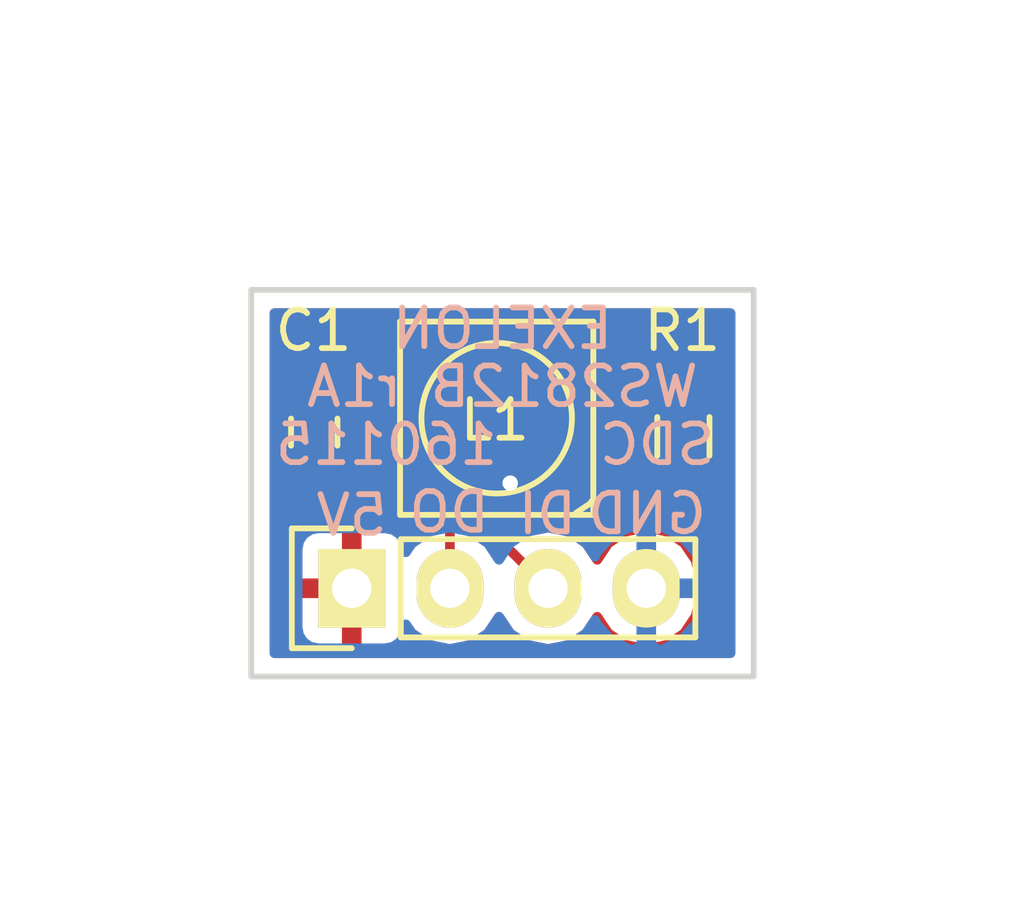
<source format=kicad_pcb>
(kicad_pcb (version 4) (host pcbnew 4.0.1-stable)

  (general
    (links 6)
    (no_connects 0)
    (area 138 86.5 167.5 110.000001)
    (thickness 1.6)
    (drawings 14)
    (tracks 16)
    (zones 0)
    (modules 4)
    (nets 7)
  )

  (page A4)
  (layers
    (0 F.Cu signal)
    (31 B.Cu signal)
    (32 B.Adhes user hide)
    (33 F.Adhes user hide)
    (34 B.Paste user hide)
    (35 F.Paste user hide)
    (36 B.SilkS user)
    (37 F.SilkS user)
    (38 B.Mask user hide)
    (39 F.Mask user hide)
    (40 Dwgs.User user hide)
    (41 Cmts.User user hide)
    (42 Eco1.User user hide)
    (43 Eco2.User user hide)
    (44 Edge.Cuts user)
    (45 Margin user hide)
    (46 B.CrtYd user hide)
    (47 F.CrtYd user)
    (48 B.Fab user hide)
    (49 F.Fab user hide)
  )

  (setup
    (last_trace_width 0.25)
    (trace_clearance 0.2)
    (zone_clearance 0.4)
    (zone_45_only no)
    (trace_min 0.2)
    (segment_width 0.2)
    (edge_width 0.15)
    (via_size 0.6)
    (via_drill 0.4)
    (via_min_size 0.4)
    (via_min_drill 0.3)
    (uvia_size 0.3)
    (uvia_drill 0.1)
    (uvias_allowed no)
    (uvia_min_size 0.2)
    (uvia_min_drill 0.1)
    (pcb_text_width 0.3)
    (pcb_text_size 1.5 1.5)
    (mod_edge_width 0.15)
    (mod_text_size 1 1)
    (mod_text_width 0.15)
    (pad_size 1.524 1.524)
    (pad_drill 0.762)
    (pad_to_mask_clearance 0.2)
    (aux_axis_origin 0 0)
    (visible_elements FFFFFF7F)
    (pcbplotparams
      (layerselection 0x010f0_80000001)
      (usegerberextensions true)
      (excludeedgelayer true)
      (linewidth 0.100000)
      (plotframeref false)
      (viasonmask false)
      (mode 1)
      (useauxorigin false)
      (hpglpennumber 1)
      (hpglpenspeed 20)
      (hpglpendiameter 15)
      (hpglpenoverlay 2)
      (psnegative false)
      (psa4output false)
      (plotreference true)
      (plotvalue true)
      (plotinvisibletext false)
      (padsonsilk false)
      (subtractmaskfromsilk false)
      (outputformat 1)
      (mirror false)
      (drillshape 0)
      (scaleselection 1)
      (outputdirectory ""))
  )

  (net 0 "")
  (net 1 PWR)
  (net 2 "Net-(C1-Pad2)")
  (net 3 "Net-(L1-Pad4)")
  (net 4 GND)
  (net 5 DOUT)
  (net 6 DIN)

  (net_class Default "This is the default net class."
    (clearance 0.2)
    (trace_width 0.25)
    (via_dia 0.6)
    (via_drill 0.4)
    (uvia_dia 0.3)
    (uvia_drill 0.1)
    (add_net DIN)
    (add_net DOUT)
    (add_net GND)
    (add_net "Net-(C1-Pad2)")
    (add_net "Net-(L1-Pad4)")
    (add_net PWR)
  )

  (module Capacitors_SMD:C_0603_HandSoldering (layer F.Cu) (tedit 56994C38) (tstamp 56994B42)
    (at 146.13 97.68 90)
    (descr "Capacitor SMD 0603, hand soldering")
    (tags "capacitor 0603")
    (path /56993BD5)
    (attr smd)
    (fp_text reference C1 (at 2.63 -0.02 180) (layer F.SilkS)
      (effects (font (size 1 1) (thickness 0.15)))
    )
    (fp_text value 104 (at 1.19 -2.28 180) (layer F.Fab) hide
      (effects (font (size 1 1) (thickness 0.15)))
    )
    (fp_line (start -1.85 -0.75) (end 1.85 -0.75) (layer F.CrtYd) (width 0.05))
    (fp_line (start -1.85 0.75) (end 1.85 0.75) (layer F.CrtYd) (width 0.05))
    (fp_line (start -1.85 -0.75) (end -1.85 0.75) (layer F.CrtYd) (width 0.05))
    (fp_line (start 1.85 -0.75) (end 1.85 0.75) (layer F.CrtYd) (width 0.05))
    (fp_line (start -0.35 -0.6) (end 0.35 -0.6) (layer F.SilkS) (width 0.15))
    (fp_line (start 0.35 0.6) (end -0.35 0.6) (layer F.SilkS) (width 0.15))
    (pad 1 smd rect (at -0.95 0 90) (size 1.2 0.75) (layers F.Cu F.Paste F.Mask)
      (net 1 PWR))
    (pad 2 smd rect (at 0.95 0 90) (size 1.2 0.75) (layers F.Cu F.Paste F.Mask)
      (net 2 "Net-(C1-Pad2)"))
    (model Capacitors_SMD.3dshapes/C_0603_HandSoldering.wrl
      (at (xyz 0 0 0))
      (scale (xyz 1 1 1))
      (rotate (xyz 0 0 0))
    )
  )

  (module NeoPixel:WS2812B (layer F.Cu) (tedit 569574E5) (tstamp 56994B4A)
    (at 150.85 97.32)
    (path /56993B96)
    (fp_text reference L1 (at -0.05 0.05) (layer F.SilkS)
      (effects (font (size 1 1) (thickness 0.15)))
    )
    (fp_text value WS2812B (at 0.05 -3.25) (layer F.Fab) hide
      (effects (font (size 1 1) (thickness 0.15)))
    )
    (fp_circle (center 0 0) (end 1.3 1.45) (layer F.SilkS) (width 0.15))
    (fp_line (start 2.05 2.45) (end 2.5 2.15) (layer F.SilkS) (width 0.15))
    (fp_line (start 2.5 2.15) (end 2.45 2.15) (layer F.SilkS) (width 0.15))
    (fp_line (start 2.5 -2.5) (end -2.5 -2.5) (layer F.SilkS) (width 0.15))
    (fp_line (start -2.5 -2.5) (end -2.5 2.5) (layer F.SilkS) (width 0.15))
    (fp_line (start -2.5 2.5) (end 2.5 2.5) (layer F.SilkS) (width 0.15))
    (fp_line (start 2.5 2.5) (end 2.5 -2.5) (layer F.SilkS) (width 0.15))
    (pad 4 smd rect (at 2.45 -1.65) (size 1.5 0.9) (layers F.Cu F.Paste F.Mask)
      (net 3 "Net-(L1-Pad4)"))
    (pad 3 smd rect (at 2.45 1.65) (size 1.5 0.9) (layers F.Cu F.Paste F.Mask)
      (net 4 GND))
    (pad 1 smd rect (at -2.45 -1.65) (size 1.5 0.9) (layers F.Cu F.Paste F.Mask)
      (net 2 "Net-(C1-Pad2)"))
    (pad 2 smd rect (at -2.45 1.65) (size 1.5 0.9) (layers F.Cu F.Paste F.Mask)
      (net 5 DOUT))
    (model "//nas-msw-20/e46899/My Documents/KiCad Projects/Innovation Trophy 2017 v1/3D Models/WS2812B.wrl"
      (at (xyz 0 0 0))
      (scale (xyz 3.8 3.8 3.8))
      (rotate (xyz 90 180 270))
    )
  )

  (module Pin_Headers:Pin_Header_Straight_1x04 (layer F.Cu) (tedit 56994BDD) (tstamp 56994B52)
    (at 147.1 101.72 90)
    (descr "Through hole pin header")
    (tags "pin header")
    (path /56993CD0)
    (fp_text reference P1 (at -0.18 -3.03 90) (layer F.SilkS) hide
      (effects (font (size 1 1) (thickness 0.15)))
    )
    (fp_text value CONN_01X04 (at -2.85 3.82 180) (layer F.Fab) hide
      (effects (font (size 1 1) (thickness 0.15)))
    )
    (fp_line (start -1.75 -1.75) (end -1.75 9.4) (layer F.CrtYd) (width 0.05))
    (fp_line (start 1.75 -1.75) (end 1.75 9.4) (layer F.CrtYd) (width 0.05))
    (fp_line (start -1.75 -1.75) (end 1.75 -1.75) (layer F.CrtYd) (width 0.05))
    (fp_line (start -1.75 9.4) (end 1.75 9.4) (layer F.CrtYd) (width 0.05))
    (fp_line (start -1.27 1.27) (end -1.27 8.89) (layer F.SilkS) (width 0.15))
    (fp_line (start 1.27 1.27) (end 1.27 8.89) (layer F.SilkS) (width 0.15))
    (fp_line (start 1.55 -1.55) (end 1.55 0) (layer F.SilkS) (width 0.15))
    (fp_line (start -1.27 8.89) (end 1.27 8.89) (layer F.SilkS) (width 0.15))
    (fp_line (start 1.27 1.27) (end -1.27 1.27) (layer F.SilkS) (width 0.15))
    (fp_line (start -1.55 0) (end -1.55 -1.55) (layer F.SilkS) (width 0.15))
    (fp_line (start -1.55 -1.55) (end 1.55 -1.55) (layer F.SilkS) (width 0.15))
    (pad 1 thru_hole rect (at 0 0 90) (size 2.032 1.7272) (drill 1.016) (layers *.Cu *.Mask F.SilkS)
      (net 1 PWR))
    (pad 2 thru_hole oval (at 0 2.54 90) (size 2.032 1.7272) (drill 1.016) (layers *.Cu *.Mask F.SilkS)
      (net 5 DOUT))
    (pad 3 thru_hole oval (at 0 5.08 90) (size 2.032 1.7272) (drill 1.016) (layers *.Cu *.Mask F.SilkS)
      (net 6 DIN))
    (pad 4 thru_hole oval (at 0 7.62 90) (size 2.032 1.7272) (drill 1.016) (layers *.Cu *.Mask F.SilkS)
      (net 4 GND))
    (model Pin_Headers.3dshapes/Pin_Header_Straight_1x04.wrl
      (at (xyz 0 -0.15 0))
      (scale (xyz 1 1 1))
      (rotate (xyz 0 0 90))
    )
  )

  (module Resistors_SMD:R_0603_HandSoldering (layer F.Cu) (tedit 569966C7) (tstamp 56994B58)
    (at 155.68 97.79 90)
    (descr "Resistor SMD 0603, hand soldering")
    (tags "resistor 0603")
    (path /569941CC)
    (attr smd)
    (fp_text reference R1 (at 2.74 -0.03 180) (layer F.SilkS)
      (effects (font (size 1 1) (thickness 0.15)))
    )
    (fp_text value 470 (at 0 1.9 90) (layer F.Fab) hide
      (effects (font (size 1 1) (thickness 0.15)))
    )
    (fp_line (start -2 -0.8) (end 2 -0.8) (layer F.CrtYd) (width 0.05))
    (fp_line (start -2 0.8) (end 2 0.8) (layer F.CrtYd) (width 0.05))
    (fp_line (start -2 -0.8) (end -2 0.8) (layer F.CrtYd) (width 0.05))
    (fp_line (start 2 -0.8) (end 2 0.8) (layer F.CrtYd) (width 0.05))
    (fp_line (start 0.5 0.675) (end -0.5 0.675) (layer F.SilkS) (width 0.15))
    (fp_line (start -0.5 -0.675) (end 0.5 -0.675) (layer F.SilkS) (width 0.15))
    (pad 1 smd rect (at -1.1 0 90) (size 1.2 0.9) (layers F.Cu F.Paste F.Mask)
      (net 6 DIN))
    (pad 2 smd rect (at 1.1 0 90) (size 1.2 0.9) (layers F.Cu F.Paste F.Mask)
      (net 3 "Net-(L1-Pad4)"))
    (model Resistors_SMD.3dshapes/R_0603_HandSoldering.wrl
      (at (xyz 0 0 0))
      (scale (xyz 1 1 1))
      (rotate (xyz 0 0 0))
    )
  )

  (gr_text 160115 (at 148 98) (layer B.SilkS)
    (effects (font (size 1 1) (thickness 0.15)) (justify mirror))
  )
  (gr_text SDC (at 155 98) (layer B.SilkS)
    (effects (font (size 1 1) (thickness 0.15)) (justify mirror))
  )
  (gr_text "WS2812B r1A" (at 151 96.5) (layer B.SilkS)
    (effects (font (size 1 1) (thickness 0.15)) (justify mirror))
  )
  (gr_text EXELON (at 151 95) (layer B.SilkS)
    (effects (font (size 1 1) (thickness 0.15)) (justify mirror))
  )
  (dimension 10 (width 0.3) (layer Dwgs.User)
    (gr_text "10.000 mm" (at 160.85 99 270) (layer Dwgs.User)
      (effects (font (size 1.5 1.5) (thickness 0.3)))
    )
    (feature1 (pts (xy 157.5 104) (xy 162.2 104)))
    (feature2 (pts (xy 157.5 94) (xy 162.2 94)))
    (crossbar (pts (xy 159.5 94) (xy 159.5 104)))
    (arrow1a (pts (xy 159.5 104) (xy 158.913579 102.873496)))
    (arrow1b (pts (xy 159.5 104) (xy 160.086421 102.873496)))
    (arrow2a (pts (xy 159.5 94) (xy 158.913579 95.126504)))
    (arrow2b (pts (xy 159.5 94) (xy 160.086421 95.126504)))
  )
  (dimension 13 (width 0.3) (layer Dwgs.User)
    (gr_text "13.000 mm" (at 151 90.65) (layer Dwgs.User)
      (effects (font (size 1.5 1.5) (thickness 0.3)))
    )
    (feature1 (pts (xy 157.5 94.5) (xy 157.5 89.3)))
    (feature2 (pts (xy 144.5 94.5) (xy 144.5 89.3)))
    (crossbar (pts (xy 144.5 92) (xy 157.5 92)))
    (arrow1a (pts (xy 157.5 92) (xy 156.373496 92.586421)))
    (arrow1b (pts (xy 157.5 92) (xy 156.373496 91.413579)))
    (arrow2a (pts (xy 144.5 92) (xy 145.626504 92.586421)))
    (arrow2b (pts (xy 144.5 92) (xy 145.626504 91.413579)))
  )
  (gr_line (start 157.5 104) (end 144.5 104) (angle 90) (layer Edge.Cuts) (width 0.15))
  (gr_text GND (at 154.74 99.79) (layer B.SilkS)
    (effects (font (size 1 1) (thickness 0.15)) (justify mirror))
  )
  (gr_text DI (at 152.16 99.79) (layer B.SilkS)
    (effects (font (size 1 1) (thickness 0.15)) (justify mirror))
  )
  (gr_text DO (at 149.62 99.75) (layer B.SilkS)
    (effects (font (size 1 1) (thickness 0.15)) (justify mirror))
  )
  (gr_text 5V (at 147.1 99.83) (layer B.SilkS)
    (effects (font (size 1 1) (thickness 0.15)) (justify mirror))
  )
  (gr_line (start 144.5 104) (end 144.5 94) (angle 90) (layer Edge.Cuts) (width 0.15))
  (gr_line (start 157.5 94) (end 157.5 104) (angle 90) (layer Edge.Cuts) (width 0.15))
  (gr_line (start 144.5 94) (end 157.5 94) (angle 90) (layer Edge.Cuts) (width 0.15))

  (segment (start 146.26 96.75) (end 147.03 97.04) (width 0.25) (layer F.Cu) (net 2) (status 10))
  (segment (start 147.03 97.04) (end 148.4 95.67) (width 0.25) (layer F.Cu) (net 2) (tstamp 56994FA8))
  (segment (start 155.68 96.69) (end 154.32 96.69) (width 0.25) (layer F.Cu) (net 3))
  (segment (start 154.32 96.69) (end 153.3 95.67) (width 0.25) (layer F.Cu) (net 3) (tstamp 56994FDF))
  (segment (start 153.3 98.97) (end 151.23 98.97) (width 0.25) (layer F.Cu) (net 4))
  (via (at 151.2 99) (size 0.6) (drill 0.4) (layers F.Cu B.Cu) (net 4))
  (segment (start 151.23 98.97) (end 151.2 99) (width 0.25) (layer F.Cu) (net 4) (tstamp 56996257))
  (segment (start 148.4 98.97) (end 148.47 98.97) (width 0.25) (layer F.Cu) (net 5))
  (segment (start 148.47 98.97) (end 149.64 100.14) (width 0.25) (layer F.Cu) (net 5) (tstamp 5699615F))
  (segment (start 149.64 100.14) (end 149.64 101.79) (width 0.25) (layer F.Cu) (net 5) (tstamp 56996164))
  (segment (start 155.68 98.89) (end 154.41 97.62) (width 0.25) (layer F.Cu) (net 6))
  (segment (start 150.33 99.87) (end 152.18 101.72) (width 0.25) (layer F.Cu) (net 6) (tstamp 56996223))
  (segment (start 150.33 97.68) (end 150.33 99.87) (width 0.25) (layer F.Cu) (net 6) (tstamp 5699621D))
  (segment (start 150.27 97.62) (end 150.33 97.68) (width 0.25) (layer F.Cu) (net 6) (tstamp 56996215))
  (segment (start 154.41 97.62) (end 150.27 97.62) (width 0.25) (layer F.Cu) (net 6) (tstamp 5699620F))
  (segment (start 155.68 98.89) (end 155.39 98.89) (width 0.25) (layer F.Cu) (net 6))

  (zone (net 1) (net_name PWR) (layer F.Cu) (tstamp 56994F0D) (hatch edge 0.508)
    (connect_pads (clearance 0.4))
    (min_thickness 0.254)
    (fill yes (arc_segments 16) (thermal_gap 0.508) (thermal_bridge_width 0.508))
    (polygon
      (pts
        (xy 164.5 110) (xy 138 110) (xy 138 86.5) (xy 164.5 86.5) (xy 164.5 110)
      )
    )
    (filled_polygon
      (pts
        (xy 156.898 103.398) (xy 145.102 103.398) (xy 145.102 102.00575) (xy 145.6014 102.00575) (xy 145.6014 102.862309)
        (xy 145.698073 103.095698) (xy 145.876701 103.274327) (xy 146.11009 103.371) (xy 146.81425 103.371) (xy 146.973 103.21225)
        (xy 146.973 101.847) (xy 145.76015 101.847) (xy 145.6014 102.00575) (xy 145.102 102.00575) (xy 145.102 100.577691)
        (xy 145.6014 100.577691) (xy 145.6014 101.43425) (xy 145.76015 101.593) (xy 146.973 101.593) (xy 146.973 100.22775)
        (xy 146.81425 100.069) (xy 146.11009 100.069) (xy 145.876701 100.165673) (xy 145.698073 100.344302) (xy 145.6014 100.577691)
        (xy 145.102 100.577691) (xy 145.102 98.91575) (xy 145.12 98.91575) (xy 145.12 99.356309) (xy 145.216673 99.589698)
        (xy 145.395301 99.768327) (xy 145.62869 99.865) (xy 145.84425 99.865) (xy 146.003 99.70625) (xy 146.003 98.757)
        (xy 145.27875 98.757) (xy 145.12 98.91575) (xy 145.102 98.91575) (xy 145.102 97.903691) (xy 145.12 97.903691)
        (xy 145.12 98.34425) (xy 145.27875 98.503) (xy 146.003 98.503) (xy 146.003 98.483) (xy 146.257 98.483)
        (xy 146.257 98.503) (xy 146.277 98.503) (xy 146.277 98.757) (xy 146.257 98.757) (xy 146.257 99.70625)
        (xy 146.41575 99.865) (xy 146.63131 99.865) (xy 146.864699 99.768327) (xy 147.043327 99.589698) (xy 147.11297 99.421564)
        (xy 147.149423 99.615294) (xy 147.264842 99.79466) (xy 147.440951 99.91499) (xy 147.65 99.957324) (xy 148.535256 99.957324)
        (xy 148.94162 100.363688) (xy 148.656697 100.554068) (xy 148.5986 100.641016) (xy 148.5986 100.577691) (xy 148.501927 100.344302)
        (xy 148.323299 100.165673) (xy 148.08991 100.069) (xy 147.38575 100.069) (xy 147.227 100.22775) (xy 147.227 101.593)
        (xy 147.247 101.593) (xy 147.247 101.847) (xy 147.227 101.847) (xy 147.227 103.21225) (xy 147.38575 103.371)
        (xy 148.08991 103.371) (xy 148.323299 103.274327) (xy 148.501927 103.095698) (xy 148.5986 102.862309) (xy 148.5986 102.798984)
        (xy 148.656697 102.885932) (xy 149.10784 103.187376) (xy 149.64 103.293229) (xy 150.17216 103.187376) (xy 150.623303 102.885932)
        (xy 150.91 102.456859) (xy 151.196697 102.885932) (xy 151.64784 103.187376) (xy 152.18 103.293229) (xy 152.71216 103.187376)
        (xy 153.163303 102.885932) (xy 153.45 102.456859) (xy 153.736697 102.885932) (xy 154.18784 103.187376) (xy 154.72 103.293229)
        (xy 155.25216 103.187376) (xy 155.703303 102.885932) (xy 156.004747 102.434789) (xy 156.1106 101.902629) (xy 156.1106 101.537371)
        (xy 156.004747 101.005211) (xy 155.703303 100.554068) (xy 155.25216 100.252624) (xy 154.72 100.146771) (xy 154.18784 100.252624)
        (xy 153.736697 100.554068) (xy 153.45 100.983141) (xy 153.163303 100.554068) (xy 152.71216 100.252624) (xy 152.18 100.146771)
        (xy 151.64784 100.252624) (xy 151.639958 100.25789) (xy 151.209076 99.827008) (xy 151.363779 99.827143) (xy 151.667846 99.701505)
        (xy 151.74749 99.622) (xy 152.053738 99.622) (xy 152.164842 99.79466) (xy 152.340951 99.91499) (xy 152.55 99.957324)
        (xy 154.05 99.957324) (xy 154.245294 99.920577) (xy 154.42466 99.805158) (xy 154.54499 99.629049) (xy 154.587324 99.42)
        (xy 154.587324 98.719391) (xy 154.692676 98.824743) (xy 154.692676 99.49) (xy 154.729423 99.685294) (xy 154.844842 99.86466)
        (xy 155.020951 99.98499) (xy 155.23 100.027324) (xy 156.13 100.027324) (xy 156.325294 99.990577) (xy 156.50466 99.875158)
        (xy 156.62499 99.699049) (xy 156.667324 99.49) (xy 156.667324 98.29) (xy 156.630577 98.094706) (xy 156.515158 97.91534)
        (xy 156.339049 97.79501) (xy 156.321077 97.791371) (xy 156.325294 97.790577) (xy 156.50466 97.675158) (xy 156.62499 97.499049)
        (xy 156.667324 97.29) (xy 156.667324 96.09) (xy 156.630577 95.894706) (xy 156.515158 95.71534) (xy 156.339049 95.59501)
        (xy 156.13 95.552676) (xy 155.23 95.552676) (xy 155.034706 95.589423) (xy 154.85534 95.704842) (xy 154.73501 95.880951)
        (xy 154.703206 96.038) (xy 154.590068 96.038) (xy 154.587324 96.035256) (xy 154.587324 95.22) (xy 154.550577 95.024706)
        (xy 154.435158 94.84534) (xy 154.259049 94.72501) (xy 154.05 94.682676) (xy 152.55 94.682676) (xy 152.354706 94.719423)
        (xy 152.17534 94.834842) (xy 152.05501 95.010951) (xy 152.012676 95.22) (xy 152.012676 96.12) (xy 152.049423 96.315294)
        (xy 152.164842 96.49466) (xy 152.340951 96.61499) (xy 152.55 96.657324) (xy 153.365256 96.657324) (xy 153.675932 96.968)
        (xy 150.270005 96.968) (xy 150.27 96.967999) (xy 150.061887 97.009396) (xy 150.02049 97.017631) (xy 149.808966 97.158966)
        (xy 149.667631 97.37049) (xy 149.667631 97.370491) (xy 149.617999 97.62) (xy 149.65193 97.790577) (xy 149.667631 97.86951)
        (xy 149.678 97.885028) (xy 149.678 98.470447) (xy 149.650577 98.324706) (xy 149.535158 98.14534) (xy 149.359049 98.02501)
        (xy 149.15 97.982676) (xy 147.65 97.982676) (xy 147.454706 98.019423) (xy 147.27534 98.134842) (xy 147.15501 98.310951)
        (xy 147.116119 98.502998) (xy 146.981252 98.502998) (xy 147.14 98.34425) (xy 147.14 97.903691) (xy 147.052085 97.691447)
        (xy 147.164951 97.665157) (xy 147.279509 97.642369) (xy 147.288461 97.636387) (xy 147.298955 97.633943) (xy 147.393926 97.565919)
        (xy 147.491034 97.501034) (xy 148.334743 96.657324) (xy 149.15 96.657324) (xy 149.345294 96.620577) (xy 149.52466 96.505158)
        (xy 149.64499 96.329049) (xy 149.687324 96.12) (xy 149.687324 95.22) (xy 149.650577 95.024706) (xy 149.535158 94.84534)
        (xy 149.359049 94.72501) (xy 149.15 94.682676) (xy 147.65 94.682676) (xy 147.454706 94.719423) (xy 147.27534 94.834842)
        (xy 147.15501 95.010951) (xy 147.112676 95.22) (xy 147.112676 96.035256) (xy 147.038461 96.109471) (xy 147.005577 95.934706)
        (xy 146.890158 95.75534) (xy 146.714049 95.63501) (xy 146.505 95.592676) (xy 145.755 95.592676) (xy 145.559706 95.629423)
        (xy 145.38034 95.744842) (xy 145.26001 95.920951) (xy 145.217676 96.13) (xy 145.217676 97.33) (xy 145.254423 97.525294)
        (xy 145.296418 97.590556) (xy 145.216673 97.670302) (xy 145.12 97.903691) (xy 145.102 97.903691) (xy 145.102 94.602)
        (xy 156.898 94.602)
      )
    )
  )
  (zone (net 4) (net_name GND) (layer B.Cu) (tstamp 56994F34) (hatch edge 0.508)
    (connect_pads (clearance 0.4))
    (min_thickness 0.254)
    (fill yes (arc_segments 16) (thermal_gap 0.508) (thermal_bridge_width 0.508))
    (polygon
      (pts
        (xy 162.5 108.5) (xy 140 108.5) (xy 140 88) (xy 162.5 88) (xy 162.5 108.5)
      )
    )
    (filled_polygon
      (pts
        (xy 156.898 103.398) (xy 145.102 103.398) (xy 145.102 100.704) (xy 145.699076 100.704) (xy 145.699076 102.736)
        (xy 145.735823 102.931294) (xy 145.851242 103.11066) (xy 146.027351 103.23099) (xy 146.2364 103.273324) (xy 147.9636 103.273324)
        (xy 148.158894 103.236577) (xy 148.33826 103.121158) (xy 148.45859 102.945049) (xy 148.500924 102.736) (xy 148.500924 102.652801)
        (xy 148.656697 102.885932) (xy 149.10784 103.187376) (xy 149.64 103.293229) (xy 150.17216 103.187376) (xy 150.623303 102.885932)
        (xy 150.91 102.456859) (xy 151.196697 102.885932) (xy 151.64784 103.187376) (xy 152.18 103.293229) (xy 152.71216 103.187376)
        (xy 153.163303 102.885932) (xy 153.394845 102.539405) (xy 153.428046 102.63432) (xy 153.817964 103.070732) (xy 154.345209 103.324709)
        (xy 154.360974 103.327358) (xy 154.593 103.206217) (xy 154.593 101.847) (xy 154.847 101.847) (xy 154.847 103.206217)
        (xy 155.079026 103.327358) (xy 155.094791 103.324709) (xy 155.622036 103.070732) (xy 156.011954 102.63432) (xy 156.205184 102.081913)
        (xy 156.060924 101.847) (xy 154.847 101.847) (xy 154.593 101.847) (xy 154.573 101.847) (xy 154.573 101.593)
        (xy 154.593 101.593) (xy 154.593 100.233783) (xy 154.847 100.233783) (xy 154.847 101.593) (xy 156.060924 101.593)
        (xy 156.205184 101.358087) (xy 156.011954 100.80568) (xy 155.622036 100.369268) (xy 155.094791 100.115291) (xy 155.079026 100.112642)
        (xy 154.847 100.233783) (xy 154.593 100.233783) (xy 154.360974 100.112642) (xy 154.345209 100.115291) (xy 153.817964 100.369268)
        (xy 153.428046 100.80568) (xy 153.394845 100.900595) (xy 153.163303 100.554068) (xy 152.71216 100.252624) (xy 152.18 100.146771)
        (xy 151.64784 100.252624) (xy 151.196697 100.554068) (xy 150.91 100.983141) (xy 150.623303 100.554068) (xy 150.17216 100.252624)
        (xy 149.64 100.146771) (xy 149.10784 100.252624) (xy 148.656697 100.554068) (xy 148.500924 100.787199) (xy 148.500924 100.704)
        (xy 148.464177 100.508706) (xy 148.348758 100.32934) (xy 148.172649 100.20901) (xy 147.9636 100.166676) (xy 146.2364 100.166676)
        (xy 146.041106 100.203423) (xy 145.86174 100.318842) (xy 145.74141 100.494951) (xy 145.699076 100.704) (xy 145.102 100.704)
        (xy 145.102 94.602) (xy 156.898 94.602)
      )
    )
  )
)

</source>
